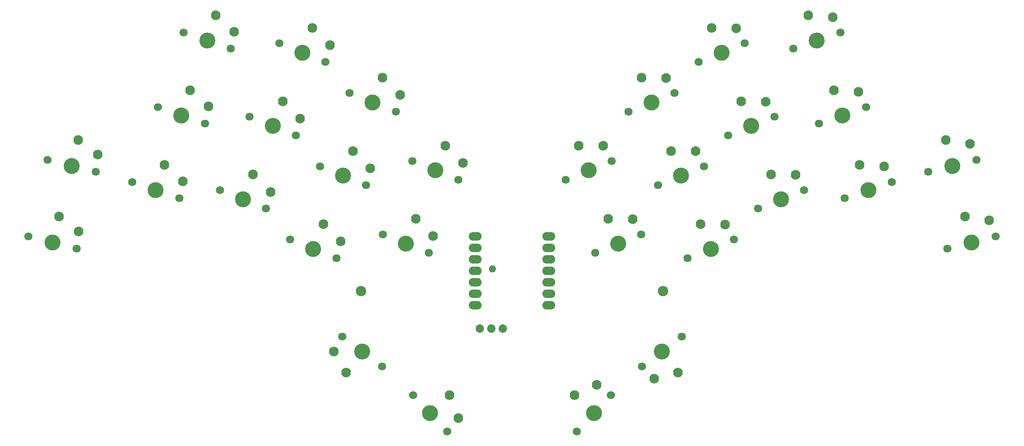
<source format=gbr>
%TF.GenerationSoftware,KiCad,Pcbnew,9.0.1-1.fc42*%
%TF.CreationDate,2025-04-18T11:14:54+10:00*%
%TF.ProjectId,iiwi,69697769-2e6b-4696-9361-645f70636258,0.1*%
%TF.SameCoordinates,Original*%
%TF.FileFunction,Soldermask,Bot*%
%TF.FilePolarity,Negative*%
%FSLAX46Y46*%
G04 Gerber Fmt 4.6, Leading zero omitted, Abs format (unit mm)*
G04 Created by KiCad (PCBNEW 9.0.1-1.fc42) date 2025-04-18 11:14:54*
%MOMM*%
%LPD*%
G01*
G04 APERTURE LIST*
%ADD10C,1.852600*%
%ADD11C,1.801800*%
%ADD12C,3.529000*%
%ADD13C,2.132000*%
%ADD14C,2.300000*%
%ADD15O,2.850000X1.900000*%
%ADD16O,1.600000X1.600000*%
G04 APERTURE END LIST*
D10*
%TO.C,D9*%
X170271139Y-156454311D03*
X165186145Y-156454311D03*
X167726141Y-156454311D03*
%TD*%
D11*
%TO.C,SW12*%
X123274361Y-136796013D03*
D12*
X128373866Y-138856349D03*
D13*
X130584054Y-133385999D03*
D11*
X133473371Y-140916685D03*
D13*
X134433294Y-137206062D03*
%TD*%
D14*
%TO.C,PAD1*%
X205669356Y-148224010D03*
%TD*%
D11*
%TO.C,S14*%
X268428868Y-138769642D03*
D12*
X273765494Y-137439074D03*
D13*
X272338158Y-131714328D03*
D11*
X279102120Y-136108506D03*
D13*
X277697669Y-132542342D03*
%TD*%
D11*
%TO.C,SW1*%
X99745627Y-90952829D03*
D12*
X104945997Y-92743459D03*
D13*
X106866858Y-87164938D03*
D11*
X110146367Y-94534089D03*
D13*
X110910744Y-90778307D03*
%TD*%
D11*
%TO.C,S27*%
X150443341Y-171177845D03*
D12*
X154194328Y-175200296D03*
D13*
X158509305Y-171176548D03*
D11*
X157945315Y-179222747D03*
D13*
X160383475Y-176265453D03*
%TD*%
D11*
%TO.C,SW26*%
X197970847Y-108469380D03*
D12*
X203070345Y-106409029D03*
D13*
X200860199Y-100938661D03*
D11*
X208169843Y-104348678D03*
D13*
X206282749Y-101012693D03*
%TD*%
D11*
%TO.C,SW27*%
X213476825Y-97475980D03*
D12*
X218576323Y-95415629D03*
D13*
X216366177Y-89945261D03*
D11*
X223675821Y-93355278D03*
D13*
X221788727Y-90019293D03*
%TD*%
D11*
%TO.C,SW3*%
X136385599Y-104344532D03*
D12*
X141485104Y-106404868D03*
D13*
X143695292Y-100934518D03*
D11*
X146584609Y-108465204D03*
D13*
X147544532Y-104754581D03*
%TD*%
D11*
%TO.C,SW6*%
X114315981Y-109583592D03*
D12*
X119415486Y-111643928D03*
D13*
X121625674Y-106173578D03*
D11*
X124514991Y-113704264D03*
D13*
X125474914Y-109993641D03*
%TD*%
D11*
%TO.C,S14*%
X209776197Y-158235245D03*
D12*
X205383700Y-161545227D03*
D13*
X208934410Y-166257180D03*
D11*
X200991203Y-164855209D03*
D13*
X203677419Y-167589115D03*
%TD*%
D11*
%TO.C,SW10*%
X88350718Y-124045993D03*
D12*
X93551088Y-125836623D03*
D13*
X95471949Y-120258102D03*
D11*
X98751458Y-127627253D03*
D13*
X99515835Y-123871471D03*
%TD*%
D11*
%TO.C,SW19*%
X245797571Y-127627276D03*
D12*
X250997916Y-125836648D03*
D13*
X249077091Y-120258103D03*
D11*
X256198261Y-124046020D03*
D13*
X254488335Y-120615817D03*
%TD*%
D11*
%TO.C,SW21*%
X190644972Y-139734038D03*
D12*
X195744470Y-137673687D03*
D13*
X193534324Y-132203319D03*
D11*
X200843968Y-135613336D03*
D13*
X198956874Y-132277351D03*
%TD*%
D11*
%TO.C,SW22*%
X204520064Y-124690958D03*
D12*
X209619562Y-122630607D03*
D13*
X207409416Y-117160239D03*
D11*
X214719060Y-120570256D03*
D13*
X212831966Y-117234271D03*
%TD*%
D11*
%TO.C,SW23*%
X220034023Y-113704287D03*
D12*
X225133521Y-111643936D03*
D13*
X222923375Y-106173568D03*
D11*
X230233019Y-109583585D03*
D13*
X228345925Y-106247600D03*
%TD*%
D14*
%TO.C,PAD1*%
X138879665Y-148224009D03*
%TD*%
D11*
%TO.C,SW2*%
X120871598Y-93357901D03*
D12*
X125971103Y-95418237D03*
D13*
X128181291Y-89947887D03*
D11*
X131070608Y-97478573D03*
D13*
X132030531Y-93767950D03*
%TD*%
D11*
%TO.C,SW9*%
X69680541Y-119128320D03*
D12*
X75017161Y-120458896D03*
D13*
X76444519Y-114734186D03*
D11*
X80353781Y-121789472D03*
D13*
X80787939Y-117981363D03*
%TD*%
D11*
%TO.C,SW11*%
X107760316Y-125809365D03*
D12*
X112859821Y-127869701D03*
D13*
X115070009Y-122399351D03*
D11*
X117959326Y-129930037D03*
D13*
X118919249Y-126219414D03*
%TD*%
D11*
%TO.C,S1*%
X65446900Y-136108500D03*
D13*
X72210863Y-131714329D03*
D12*
X70783527Y-137439074D03*
D11*
X76120154Y-138769648D03*
D13*
X76554310Y-134961561D03*
%TD*%
D11*
%TO.C,S28*%
X186603695Y-179222731D03*
D12*
X190354691Y-175200294D03*
D13*
X186039748Y-171176514D03*
D11*
X194105687Y-171177857D03*
D13*
X190985520Y-168951922D03*
%TD*%
D11*
%TO.C,SW7*%
X129829942Y-120570275D03*
D12*
X134929447Y-122630611D03*
D13*
X137139635Y-117160261D03*
D11*
X140028952Y-124690947D03*
D13*
X140988875Y-120980324D03*
%TD*%
D11*
%TO.C,S15*%
X264195233Y-121789467D03*
D12*
X269531859Y-120458899D03*
D13*
X268104523Y-114734153D03*
D11*
X274868485Y-119128331D03*
D13*
X273464034Y-115562167D03*
%TD*%
D11*
%TO.C,SW24*%
X240093435Y-111074473D03*
D12*
X245293780Y-109283845D03*
D13*
X243372955Y-103705300D03*
D11*
X250494125Y-107493217D03*
D13*
X248784199Y-104063014D03*
%TD*%
D15*
%TO.C,U1*%
X164177687Y-136077949D03*
X164177653Y-138617970D03*
X164177661Y-141157982D03*
X164177674Y-143697959D03*
X164177684Y-146237961D03*
X164177672Y-148777965D03*
X164177646Y-151317948D03*
X180367645Y-151317989D03*
X180367679Y-148777968D03*
X180367671Y-146237956D03*
X180367658Y-143697979D03*
X180367648Y-141157977D03*
X180367660Y-138617973D03*
X180367686Y-136077990D03*
%TD*%
D11*
%TO.C,SW25*%
X184085904Y-123506260D03*
D12*
X189185402Y-121445909D03*
D13*
X186975256Y-115975541D03*
D11*
X194284900Y-119385558D03*
D13*
X192397806Y-116049573D03*
%TD*%
D16*
%TO.C,*%
X167931661Y-143276908D03*
%TD*%
D11*
%TO.C,SW5*%
X94048181Y-107499393D03*
D12*
X99248551Y-109290023D03*
D13*
X101169412Y-103711502D03*
D11*
X104448921Y-111080653D03*
D13*
X105213298Y-107324871D03*
%TD*%
D11*
%TO.C,SW4*%
X150260689Y-119387653D03*
D12*
X155360194Y-121447989D03*
D13*
X157570382Y-115977639D03*
D11*
X160459699Y-123508325D03*
D13*
X161419622Y-119797702D03*
%TD*%
D11*
%TO.C,S14*%
X143546631Y-164855801D03*
D13*
X135603427Y-166257768D03*
D12*
X139154137Y-161545815D03*
D11*
X134761643Y-158235829D03*
D13*
X132874062Y-161571558D03*
%TD*%
D14*
%TO.C,PAD1*%
X138879665Y-148224009D03*
%TD*%
D11*
%TO.C,SW17*%
X211075648Y-140916674D03*
D12*
X216175146Y-138856323D03*
D13*
X213965000Y-133385955D03*
D11*
X221274644Y-136795972D03*
D13*
X219387550Y-133459987D03*
%TD*%
D11*
%TO.C,SW28*%
X234410893Y-94540980D03*
D12*
X239611238Y-92750352D03*
D13*
X237690413Y-87171807D03*
D11*
X244811583Y-90959724D03*
D13*
X243101657Y-87529521D03*
%TD*%
D11*
%TO.C,SW18*%
X226589614Y-129930045D03*
D12*
X231689112Y-127869694D03*
D13*
X229478966Y-122399326D03*
D11*
X236788610Y-125809343D03*
D13*
X234901516Y-122473358D03*
%TD*%
D11*
%TO.C,SW8*%
X143705067Y-135613378D03*
D12*
X148804572Y-137673714D03*
D13*
X151014760Y-132203364D03*
D11*
X153904077Y-139734050D03*
D13*
X154864000Y-136023427D03*
%TD*%
M02*

</source>
